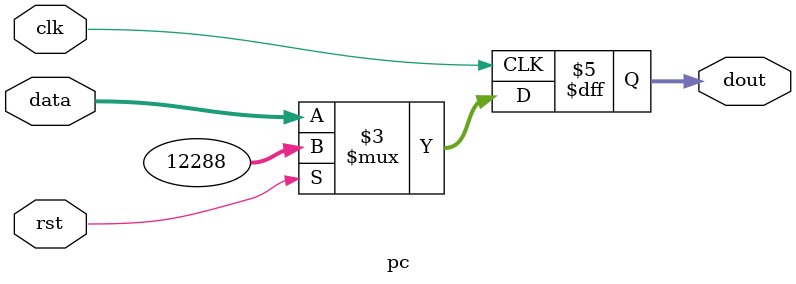
<source format=v>
module pc (clk, rst, data, dout);
	input				clk;
	input				rst;
	input		[31:0]	data;
	output	reg	[31:0]	dout;

	always @(posedge clk)
	begin
		if(rst)
			dout[31:0] <= {32'h0000_3000};
		else
			dout <= data;
	end
endmodule

</source>
